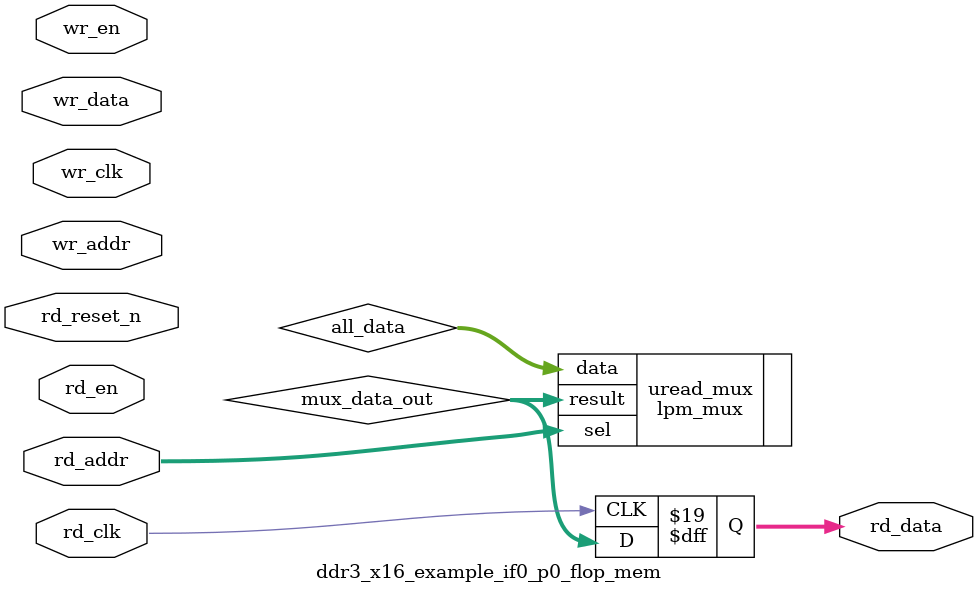
<source format=v>


(* altera_attribute = "-name ALLOW_SYNCH_CTRL_USAGE ON;-name AUTO_CLOCK_ENABLE_RECOGNITION ON" *)
module ddr3_x16_example_if0_p0_flop_mem(
	wr_clk,
	wr_en,
	wr_addr,
	wr_data,
	rd_reset_n,
	rd_clk,
	rd_en,
	rd_addr,
	rd_data
);

parameter WRITE_MEM_DEPTH	= "";
parameter WRITE_ADDR_WIDTH	= "";
parameter WRITE_DATA_WIDTH	= "";
parameter READ_MEM_DEPTH	= "";
parameter READ_ADDR_WIDTH	= "";		 
parameter READ_DATA_WIDTH	= "";


input	wr_clk;
input	wr_en;
input	[WRITE_ADDR_WIDTH-1:0] wr_addr;
input	[WRITE_DATA_WIDTH-1:0] wr_data;
input	rd_reset_n;
input	rd_clk;
input	rd_en;
input	[READ_ADDR_WIDTH-1:0] rd_addr;
output	[READ_DATA_WIDTH-1:0] rd_data;



wire	[WRITE_MEM_DEPTH-1:0] wr_decode;
wire	[WRITE_DATA_WIDTH*WRITE_MEM_DEPTH-1:0] all_data;
wire	[READ_DATA_WIDTH-1:0] mux_data_out;



// declare a memory with WRITE_MEM_DEPTH entries
// each entry contains a data size of WRITE_DATA_WIDTH
reg	[WRITE_DATA_WIDTH-1:0] data_stored [0:WRITE_MEM_DEPTH-1] /* synthesis syn_preserve = 1 */;
reg	[READ_DATA_WIDTH-1:0] rd_data;

always @(posedge wr_clk)
begin
	if(wr_en)
		data_stored[wr_addr] <= wr_data;
end

generate
genvar entry;

	for (entry=0; entry < WRITE_MEM_DEPTH; entry=entry+1)
	begin: mem_location
		assign all_data[(WRITE_DATA_WIDTH*(entry+1)-1) : (WRITE_DATA_WIDTH*entry)] = data_stored[entry]; 
	end
endgenerate

	// mux to select the correct output data based on read address
	lpm_mux	uread_mux(
		.sel (rd_addr),
		.data (all_data),
		.result (mux_data_out)
		// synopsys translate_off
		,
		.aclr (),
		.clken (),
		.clock ()
		// synopsys translate_on
		);
     defparam uread_mux.lpm_size = READ_MEM_DEPTH;
     defparam uread_mux.lpm_type = "LPM_MUX";
     defparam uread_mux.lpm_width = READ_DATA_WIDTH;
     defparam uread_mux.lpm_widths = READ_ADDR_WIDTH;

	
	
	
	
	always @(posedge rd_clk)	
	begin
		rd_data <= mux_data_out;
	end

endmodule

</source>
